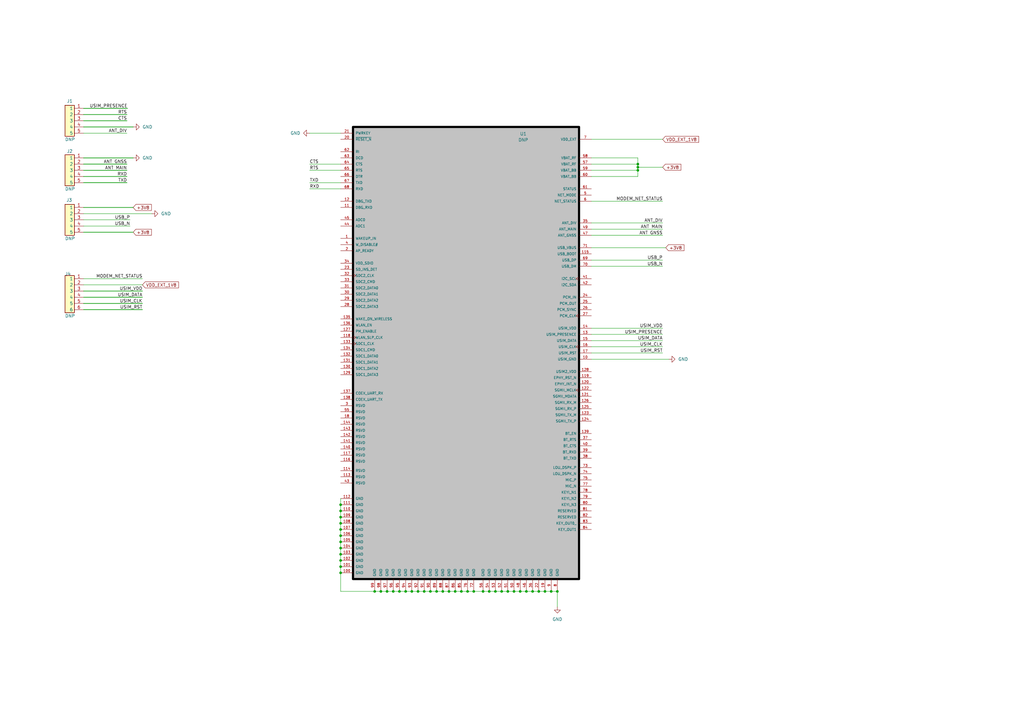
<source format=kicad_sch>
(kicad_sch (version 20250114) (generator "eeschema") (generator_version "9.0")
  (paper "A3")
  (lib_symbols
    (symbol "EC25:EC25" (pin_names (offset 1.016))
      (property "Reference" "U1" (at 0 77.216 0))
      (property "Value" "EC25" (at 0 74.676 0))
      (symbol "EC25_0_0"
        (pin input line (at -74.93 77.47 0) (length 5.08) (name "PWRKEY") (number "21"))
        (pin input line (at -74.93 74.93 0) (length 5.08) (name "~{RESET_N}") (number "20"))
        (pin output line (at -74.93 69.85 0) (length 5.08) (name "RI") (number "62"))
        (pin output line (at -74.93 67.31 0) (length 5.08) (name "DCD") (number "63"))
        (pin output line (at -74.93 64.77 0) (length 5.08) (name "CTS") (number "64"))
        (pin input line (at -74.93 62.23 0) (length 5.08) (name "RTS") (number "65"))
        (pin input line (at -74.93 59.69 0) (length 5.08) (name "DTR") (number "66"))
        (pin output line (at -74.93 57.15 0) (length 5.08) (name "TXD") (number "67"))
        (pin input line (at -74.93 54.61 0) (length 5.08) (name "RXD") (number "68"))
        (pin output line (at -74.93 49.53 0) (length 5.08) (name "DBG_TXD") (number "12"))
        (pin input line (at -74.93 46.99 0) (length 5.08) (name "DBG_RXD") (number "11"))
        (pin input line (at -74.93 41.91 0) (length 5.08) (name "ADC0") (number "45"))
        (pin input line (at -74.93 39.37 0) (length 5.08) (name "ADC1") (number "44"))
        (pin input line (at -74.93 34.29 0) (length 5.08) (name "WAKEUP_IN") (number "1"))
        (pin input line (at -74.93 31.75 0) (length 5.08) (name "W_DISABLE#") (number "4"))
        (pin input line (at -74.93 29.21 0) (length 5.08) (name "AP_READY") (number "2"))
        (pin power_in line (at -74.93 24.13 0) (length 5.08) (name "VDD_SDIO") (number "34"))
        (pin input line (at -74.93 21.59 0) (length 5.08) (name "SD_INS_DET") (number "23"))
        (pin output clock (at -74.93 19.05 0) (length 5.08) (name "SDC2_CLK") (number "32"))
        (pin bidirectional line (at -74.93 16.51 0) (length 5.08) (name "SDC2_CMD") (number "33"))
        (pin bidirectional line (at -74.93 13.97 0) (length 5.08) (name "SDC2_DATA0") (number "31"))
        (pin bidirectional line (at -74.93 11.43 0) (length 5.08) (name "SDC2_DATA1") (number "30"))
        (pin bidirectional line (at -74.93 8.89 0) (length 5.08) (name "SDC2_DATA2") (number "29"))
        (pin bidirectional line (at -74.93 6.35 0) (length 5.08) (name "SDC2_DATA3") (number "28"))
        (pin input line (at -74.93 1.27 0) (length 5.08) (name "WAKE_ON_WIRELESS") (number "135"))
        (pin output line (at -74.93 -1.27 0) (length 5.08) (name "WLAN_EN") (number "136"))
        (pin output line (at -74.93 -3.81 0) (length 5.08) (name "PM_ENABLE") (number "127"))
        (pin output clock (at -74.93 -6.35 0) (length 5.08) (name "WLAN_SLP_CLK") (number "118"))
        (pin output clock (at -74.93 -8.89 0) (length 5.08) (name "SDC1_CLK") (number "133"))
        (pin output line (at -74.93 -11.43 0) (length 5.08) (name "SDC1_CMD") (number "134"))
        (pin bidirectional line (at -74.93 -13.97 0) (length 5.08) (name "SDC1_DATA0") (number "132"))
        (pin bidirectional line (at -74.93 -16.51 0) (length 5.08) (name "SDC1_DATA1") (number "131"))
        (pin bidirectional line (at -74.93 -19.05 0) (length 5.08) (name "SDC1_DATA2") (number "130"))
        (pin bidirectional line (at -74.93 -21.59 0) (length 5.08) (name "SDC1_DATA3") (number "129"))
        (pin input line (at -74.93 -29.21 0) (length 5.08) (name "COEX_UART_RX") (number "137"))
        (pin output line (at -74.93 -31.75 0) (length 5.08) (name "COEX_UART_TX") (number "138"))
        (pin passive line (at -74.93 -34.29 0) (length 5.08) (name "RSVD") (number "3"))
        (pin passive line (at -74.93 -36.83 0) (length 5.08) (name "RSVD") (number "55"))
        (pin passive line (at -74.93 -39.37 0) (length 5.08) (name "RSVD") (number "18"))
        (pin passive line (at -74.93 -41.91 0) (length 5.08) (name "RSVD") (number "144"))
        (pin passive line (at -74.93 -44.45 0) (length 5.08) (name "RSVD") (number "143"))
        (pin passive line (at -74.93 -46.99 0) (length 5.08) (name "RSVD") (number "142"))
        (pin passive line (at -74.93 -49.53 0) (length 5.08) (name "RSVD") (number "141"))
        (pin passive line (at -74.93 -52.07 0) (length 5.08) (name "RSVD") (number "140"))
        (pin passive line (at -74.93 -54.61 0) (length 5.08) (name "RSVD") (number "117"))
        (pin passive line (at -74.93 -57.15 0) (length 5.08) (name "RSVD") (number "116"))
        (pin passive line (at -74.93 -60.96 0) (length 5.08) (name "RSVD") (number "114"))
        (pin passive line (at -74.93 -63.5 0) (length 5.08) (name "RSVD") (number "113"))
        (pin passive line (at -74.93 -66.04 0) (length 5.08) (name "RSVD") (number "43"))
        (pin power_in line (at -74.93 -72.39 0) (length 5.08) (name "GND") (number "112"))
        (pin power_in line (at -74.93 -74.93 0) (length 5.08) (name "GND") (number "111"))
        (pin power_in line (at -74.93 -77.47 0) (length 5.08) (name "GND") (number "110"))
        (pin power_in line (at -74.93 -80.01 0) (length 5.08) (name "GND") (number "109"))
        (pin power_in line (at -74.93 -82.55 0) (length 5.08) (name "GND") (number "108"))
        (pin power_in line (at -74.93 -85.09 0) (length 5.08) (name "GND") (number "107"))
        (pin power_in line (at -74.93 -87.63 0) (length 5.08) (name "GND") (number "106"))
        (pin power_in line (at -74.93 -90.17 0) (length 5.08) (name "GND") (number "105"))
        (pin power_in line (at -74.93 -92.71 0) (length 5.08) (name "GND") (number "104"))
        (pin power_in line (at -74.93 -95.25 0) (length 5.08) (name "GND") (number "103"))
        (pin power_in line (at -74.93 -97.79 0) (length 5.08) (name "GND") (number "102"))
        (pin power_in line (at -74.93 -100.33 0) (length 5.08) (name "GND") (number "101"))
        (pin power_in line (at -74.93 -102.87 0) (length 5.08) (name "GND") (number "100"))
        (pin power_in line (at -60.96 -110.49 90) (length 5.08) (name "GND") (number "99"))
        (pin power_in line (at -58.42 -110.49 90) (length 5.08) (name "GND") (number "98"))
        (pin power_in line (at -55.88 -110.49 90) (length 5.08) (name "GND") (number "97"))
        (pin power_in line (at -53.34 -110.49 90) (length 5.08) (name "GND") (number "96"))
        (pin power_in line (at -50.8 -110.49 90) (length 5.08) (name "GND") (number "95"))
        (pin power_in line (at -48.26 -110.49 90) (length 5.08) (name "GND") (number "94"))
        (pin power_in line (at -45.72 -110.49 90) (length 5.08) (name "GND") (number "93"))
        (pin power_in line (at -43.18 -110.49 90) (length 5.08) (name "GND") (number "92"))
        (pin power_in line (at -40.64 -110.49 90) (length 5.08) (name "GND") (number "91"))
        (pin power_in line (at -38.1 -110.49 90) (length 5.08) (name "GND") (number "90"))
        (pin power_in line (at -35.56 -110.49 90) (length 5.08) (name "GND") (number "89"))
        (pin power_in line (at -33.02 -110.49 90) (length 5.08) (name "GND") (number "88"))
        (pin power_in line (at -30.48 -110.49 90) (length 5.08) (name "GND") (number "87"))
        (pin power_in line (at -27.94 -110.49 90) (length 5.08) (name "GND") (number "86"))
        (pin power_in line (at -25.4 -110.49 90) (length 5.08) (name "GND") (number "85"))
        (pin power_in line (at -20.32 -110.49 90) (length 5.08) (name "GND") (number "72"))
        (pin power_in line (at -16.51 -110.49 90) (length 5.08) (name "GND") (number "56"))
        (pin power_in line (at -13.97 -110.49 90) (length 5.08) (name "GND") (number "54"))
        (pin power_in line (at -11.43 -110.49 90) (length 5.08) (name "GND") (number "53"))
        (pin power_in line (at -8.89 -110.49 90) (length 5.08) (name "GND") (number "52"))
        (pin power_in line (at -6.35 -110.49 90) (length 5.08) (name "GND") (number "51"))
        (pin power_in line (at -3.81 -110.49 90) (length 5.08) (name "GND") (number "50"))
        (pin power_in line (at -1.27 -110.49 90) (length 5.08) (name "GND") (number "48"))
        (pin power_in line (at 1.27 -110.49 90) (length 5.08) (name "GND") (number "46"))
        (pin power_in line (at 3.81 -110.49 90) (length 5.08) (name "GND") (number "36"))
        (pin power_in line (at 6.35 -110.49 90) (length 5.08) (name "GND") (number "22"))
        (pin power_in line (at 8.89 -110.49 90) (length 5.08) (name "GND") (number "19"))
        (pin power_in line (at 11.43 -110.49 90) (length 5.08) (name "GND") (number "9"))
        (pin power_in line (at 13.97 -110.49 90) (length 5.08) (name "GND") (number "8"))
        (pin power_in line (at 27.94 74.93 180) (length 5.08) (name "VDD_EXT") (number "7"))
        (pin power_in line (at 27.94 67.31 180) (length 5.08) (name "VBAT_RF") (number "58"))
        (pin power_in line (at 27.94 64.77 180) (length 5.08) (name "VBAT_RF") (number "57"))
        (pin power_in line (at 27.94 62.23 180) (length 5.08) (name "VBAT_BB") (number "59"))
        (pin power_in line (at 27.94 59.69 180) (length 5.08) (name "VBAT_BB") (number "60"))
        (pin output line (at 27.94 54.61 180) (length 5.08) (name "STATUS") (number "61"))
        (pin output line (at 27.94 52.07 180) (length 5.08) (name "NET_MODE") (number "5"))
        (pin output line (at 27.94 49.53 180) (length 5.08) (name "NET_STATUS") (number "6"))
        (pin input line (at 27.94 40.64 180) (length 5.08) (name "ANT_DIV") (number "35"))
        (pin bidirectional line (at 27.94 38.1 180) (length 5.08) (name "ANT_MAIN") (number "49"))
        (pin input line (at 27.94 35.56 180) (length 5.08) (name "ANT_GNSS") (number "47"))
        (pin input line (at 27.94 30.48 180) (length 5.08) (name "USB_VBUS") (number "71"))
        (pin input line (at 27.94 27.94 180) (length 5.08) (name "USB_BOOT") (number "115"))
        (pin bidirectional line (at 27.94 25.4 180) (length 5.08) (name "USB_DP") (number "69"))
        (pin bidirectional line (at 27.94 22.86 180) (length 5.08) (name "USB_DM") (number "70"))
        (pin output clock (at 27.94 17.78 180) (length 5.08) (name "I2C_SCL") (number "41"))
        (pin output line (at 27.94 15.24 180) (length 5.08) (name "I2C_SDA") (number "42"))
        (pin input line (at 27.94 10.16 180) (length 5.08) (name "PCM_IN") (number "24"))
        (pin output line (at 27.94 7.62 180) (length 5.08) (name "PCM_OUT") (number "25"))
        (pin bidirectional line (at 27.94 5.08 180) (length 5.08) (name "PCM_SYNC") (number "26"))
        (pin bidirectional clock (at 27.94 2.54 180) (length 5.08) (name "PCM_CLK") (number "27"))
        (pin power_in line (at 27.94 -2.54 180) (length 5.08) (name "USIM_VDD") (number "14"))
        (pin input line (at 27.94 -5.08 180) (length 5.08) (name "USIM_PRESENCE") (number "13"))
        (pin bidirectional line (at 27.94 -7.62 180) (length 5.08) (name "USIM_DATA") (number "15"))
        (pin output clock (at 27.94 -10.16 180) (length 5.08) (name "USIM_CLK") (number "16"))
        (pin output line (at 27.94 -12.7 180) (length 5.08) (name "USIM_RST") (number "17"))
        (pin power_in line (at 27.94 -15.24 180) (length 5.08) (name "USIM_GND") (number "10"))
        (pin power_in line (at 27.94 -20.32 180) (length 5.08) (name "USIM2_VDD") (number "128"))
        (pin output line (at 27.94 -22.86 180) (length 5.08) (name "EPHY_RST_N") (number "119"))
        (pin input line (at 27.94 -25.4 180) (length 5.08) (name "EPHY_INT_N") (number "120"))
        (pin output clock (at 27.94 -27.94 180) (length 5.08) (name "SGMII_MCLK") (number "122"))
        (pin bidirectional line (at 27.94 -30.48 180) (length 5.08) (name "SGMII_MDATA") (number "121"))
        (pin input line (at 27.94 -33.02 180) (length 5.08) (name "SGMII_RX_M") (number "126"))
        (pin input line (at 27.94 -35.56 180) (length 5.08) (name "SGMII_RX_P") (number "125"))
        (pin output line (at 27.94 -38.1 180) (length 5.08) (name "SGMII_TX_M") (number "123"))
        (pin output line (at 27.94 -40.64 180) (length 5.08) (name "SGMII_TX_P") (number "124"))
        (pin output line (at 27.94 -45.72 180) (length 5.08) (name "BT_EN") (number "139"))
        (pin input line (at 27.94 -48.26 180) (length 5.08) (name "BT_RTS") (number "37"))
        (pin output line (at 27.94 -50.8 180) (length 5.08) (name "BT_CTS") (number "40"))
        (pin input line (at 27.94 -53.34 180) (length 5.08) (name "BT_RXD") (number "39"))
        (pin output line (at 27.94 -55.88 180) (length 5.08) (name "BT_TXD") (number "38"))
      )
      (symbol "EC25_1_0"
        (rectangle (start -69.85 80.01) (end 22.86 -105.41) (stroke (width 0.889) (color 0 0 0 1)) (fill (type color) (color 194 194 194 1)))
      )
      (symbol "EC25_1_1"
        (pin input line (at -22.86 -110.49 90) (length 5.08) (name "GND") (number "76"))
        (pin input line (at 27.94 -59.69 180) (length 5.08) (name "LOU_DSPK_P") (number "73"))
        (pin input line (at 27.94 -62.23 180) (length 5.08) (name "LOU_DSPK_N") (number "74"))
        (pin input line (at 27.94 -64.77 180) (length 5.08) (name "MIC_P") (number "75"))
        (pin input line (at 27.94 -67.31 180) (length 5.08) (name "MIC_N") (number "77"))
        (pin input line (at 27.94 -69.85 180) (length 5.08) (name "KEYI_N1") (number "78"))
        (pin input line (at 27.94 -72.39 180) (length 5.08) (name "KEYI_N2") (number "79"))
        (pin input line (at 27.94 -74.93 180) (length 5.08) (name "KEYI_N3") (number "80"))
        (pin input line (at 27.94 -77.47 180) (length 5.08) (name "RESERVED") (number "81"))
        (pin input line (at 27.94 -80.01 180) (length 5.08) (name "RESERVED") (number "82"))
        (pin input line (at 27.94 -82.55 180) (length 5.08) (name "KEY_OUT0_") (number "83"))
        (pin input line (at 27.94 -85.09 180) (length 5.08) (name "KEY_OUT1") (number "84"))
      )
    )
    (symbol "Movita Pro V2_1-altium-import:root_0_CastellatedHoles_5Ways_2_54mm"
      (symbol "root_0_CastellatedHoles_5Ways_2_54mm_1_0"
        (rectangle (start 7.62 20.32) (end 3.81 7.62) (stroke (width 0.254) (color 128 0 0 1)) (fill (type background)))
        (pin passive line (at 11.43 19.05 180) (length 3.81) (name "1") (number "1"))
        (pin passive line (at 11.43 16.51 180) (length 3.81) (name "2") (number "2"))
        (pin passive line (at 11.43 13.97 180) (length 3.81) (name "3") (number "3"))
        (pin passive line (at 11.43 11.43 180) (length 3.81) (name "4") (number "4"))
        (pin passive line (at 11.43 8.89 180) (length 3.81) (name "5") (number "5"))
      )
    )
    (symbol "Movita Pro V2_1-altium-import:root_0_CastellatedHoles_6Ways_2_54mm"
      (symbol "root_0_CastellatedHoles_6Ways_2_54mm_1_0"
        (rectangle (start 7.62 20.32) (end 3.81 5.08) (stroke (width 0.254) (color 128 0 0 1)) (fill (type background)))
        (pin passive line (at 11.43 19.05 180) (length 3.81) (name "1") (number "1"))
        (pin passive line (at 11.43 16.51 180) (length 3.81) (name "2") (number "2"))
        (pin passive line (at 11.43 13.97 180) (length 3.81) (name "3") (number "3"))
        (pin passive line (at 11.43 11.43 180) (length 3.81) (name "4") (number "4"))
        (pin passive line (at 11.43 8.89 180) (length 3.81) (name "5") (number "5"))
        (pin passive line (at 11.43 6.35 180) (length 3.81) (name "6") (number "6"))
      )
    )
    (symbol "power:GND" (power) (pin_names (offset 0))
      (property "Value" "GND" (at 0 -3.81 0))
      (symbol "GND_0_1"
        (polyline (pts (xy 0 0) (xy 0 -1.27) (xy 1.27 -1.27) (xy 0 -2.54) (xy -1.27 -1.27) (xy 0 -1.27)))
      )
      (symbol "GND_1_1"
        (pin power_in line (at 0 0 270) (length 0) (hide yes) (name "GND") (number "1"))
      )
    )
  )
  (junction (at 191.77 242.57))
  (junction (at 163.83 242.57))
  (junction (at 226.06 242.57))
  (junction (at 261.62 67.31))
  (junction (at 168.91 242.57))
  (junction (at 179.07 242.57))
  (junction (at 203.2 242.57))
  (junction (at 228.6 242.57))
  (junction (at 210.82 242.57))
  (junction (at 261.62 68.58))
  (junction (at 181.61 242.57))
  (junction (at 139.7 219.71))
  (junction (at 186.69 242.57))
  (junction (at 194.31 242.57))
  (junction (at 139.7 217.17))
  (junction (at 208.28 242.57))
  (junction (at 139.7 207.01))
  (junction (at 261.62 69.85))
  (junction (at 153.67 242.57))
  (junction (at 166.37 242.57))
  (junction (at 139.7 222.25))
  (junction (at 139.7 227.33))
  (junction (at 139.7 212.09))
  (junction (at 200.66 242.57))
  (junction (at 218.44 242.57))
  (junction (at 171.45 242.57))
  (junction (at 184.15 242.57))
  (junction (at 161.29 242.57))
  (junction (at 205.74 242.57))
  (junction (at 223.52 242.57))
  (junction (at 156.21 242.57))
  (junction (at 176.53 242.57))
  (junction (at 198.12 242.57))
  (junction (at 139.7 234.95))
  (junction (at 139.7 209.55))
  (junction (at 139.7 214.63))
  (junction (at 158.75 242.57))
  (junction (at 215.9 242.57))
  (junction (at 189.23 242.57))
  (junction (at 139.7 232.41))
  (junction (at 139.7 224.79))
  (junction (at 139.7 229.87))
  (junction (at 213.36 242.57))
  (junction (at 220.98 242.57))
  (junction (at 173.99 242.57))
  (wire (pts (xy 139.7 224.79) (xy 139.7 227.33)))
  (wire (pts (xy 127 67.31) (xy 139.7 67.31)))
  (wire (pts (xy 261.62 69.85) (xy 261.62 72.39)))
  (wire (pts (xy 200.66 242.57) (xy 203.2 242.57)))
  (wire (pts (xy 213.36 242.57) (xy 215.9 242.57)))
  (wire (pts (xy 271.78 68.58) (xy 261.62 68.58)))
  (wire (pts (xy 34.29 95.25) (xy 54.61 95.25)) (stroke (width 0.254)))
  (wire (pts (xy 139.7 204.47) (xy 139.7 207.01)))
  (wire (pts (xy 226.06 242.57) (xy 228.6 242.57)))
  (wire (pts (xy 208.28 242.57) (xy 210.82 242.57)))
  (wire (pts (xy 271.78 144.78) (xy 242.57 144.78)))
  (wire (pts (xy 220.98 242.57) (xy 223.52 242.57)))
  (wire (pts (xy 158.75 242.57) (xy 161.29 242.57)))
  (wire (pts (xy 171.45 242.57) (xy 173.99 242.57)))
  (wire (pts (xy 223.52 242.57) (xy 226.06 242.57)))
  (wire (pts (xy 218.44 242.57) (xy 220.98 242.57)))
  (wire (pts (xy 139.7 217.17) (xy 139.7 219.71)))
  (wire (pts (xy 271.78 91.44) (xy 242.57 91.44)))
  (wire (pts (xy 261.62 67.31) (xy 242.57 67.31)))
  (wire (pts (xy 139.7 232.41) (xy 139.7 234.95)))
  (wire (pts (xy 127 77.47) (xy 139.7 77.47)))
  (wire (pts (xy 53.34 92.71) (xy 34.29 92.71)))
  (wire (pts (xy 242.57 69.85) (xy 261.62 69.85)))
  (wire (pts (xy 34.29 127) (xy 58.42 127)) (stroke (width 0.254)))
  (wire (pts (xy 173.99 242.57) (xy 176.53 242.57)))
  (wire (pts (xy 261.62 64.77) (xy 261.62 67.31)))
  (wire (pts (xy 139.7 207.01) (xy 139.7 209.55)))
  (wire (pts (xy 34.29 54.61) (xy 52.07 54.61)))
  (wire (pts (xy 34.29 116.84) (xy 58.42 116.84)))
  (wire (pts (xy 168.91 242.57) (xy 171.45 242.57)))
  (wire (pts (xy 242.57 147.32) (xy 274.32 147.32)))
  (wire (pts (xy 163.83 242.57) (xy 166.37 242.57)))
  (wire (pts (xy 271.78 134.62) (xy 242.57 134.62)))
  (wire (pts (xy 261.62 68.58) (xy 261.62 69.85)))
  (wire (pts (xy 242.57 57.15) (xy 271.78 57.15)))
  (wire (pts (xy 271.78 82.55) (xy 242.57 82.55)))
  (wire (pts (xy 139.7 227.33) (xy 139.7 229.87)))
  (wire (pts (xy 242.57 64.77) (xy 261.62 64.77)))
  (wire (pts (xy 203.2 242.57) (xy 205.74 242.57)))
  (wire (pts (xy 215.9 242.57) (xy 218.44 242.57)))
  (wire (pts (xy 205.74 242.57) (xy 208.28 242.57)))
  (wire (pts (xy 52.07 67.31) (xy 34.29 67.31)) (stroke (width 0.254)))
  (wire (pts (xy 127 74.93) (xy 139.7 74.93)))
  (wire (pts (xy 52.07 49.53) (xy 34.29 49.53)) (stroke (width 0.254)))
  (wire (pts (xy 58.42 121.92) (xy 34.29 121.92)) (stroke (width 0.254)))
  (wire (pts (xy 186.69 242.57) (xy 189.23 242.57)))
  (wire (pts (xy 34.29 46.99) (xy 52.07 46.99)) (stroke (width 0.254)))
  (wire (pts (xy 52.3 44.45) (xy 34.29 44.45)) (stroke (width 0.254)))
  (wire (pts (xy 161.29 242.57) (xy 163.83 242.57)))
  (wire (pts (xy 176.53 242.57) (xy 179.07 242.57)))
  (wire (pts (xy 184.15 242.57) (xy 186.69 242.57)))
  (wire (pts (xy 127 69.85) (xy 139.7 69.85)))
  (wire (pts (xy 191.77 242.57) (xy 194.31 242.57)))
  (wire (pts (xy 271.78 96.52) (xy 242.57 96.52)))
  (wire (pts (xy 34.29 85.09) (xy 54.61 85.09)) (stroke (width 0.254)))
  (wire (pts (xy 210.82 242.57) (xy 213.36 242.57)))
  (wire (pts (xy 53.34 90.17) (xy 34.29 90.17)))
  (wire (pts (xy 261.62 67.31) (xy 261.62 68.58)))
  (wire (pts (xy 271.78 93.98) (xy 242.57 93.98)))
  (wire (pts (xy 52.07 74.93) (xy 34.29 74.93)) (stroke (width 0.254)))
  (wire (pts (xy 139.7 214.63) (xy 139.7 217.17)))
  (wire (pts (xy 228.6 242.57) (xy 228.6 248.92)))
  (wire (pts (xy 52.07 72.39) (xy 34.29 72.39)) (stroke (width 0.254)))
  (wire (pts (xy 271.78 109.22) (xy 242.57 109.22)))
  (wire (pts (xy 271.78 139.7) (xy 242.57 139.7)))
  (wire (pts (xy 271.78 106.68) (xy 242.57 106.68)))
  (wire (pts (xy 198.12 242.57) (xy 200.66 242.57)))
  (wire (pts (xy 189.23 242.57) (xy 191.77 242.57)))
  (wire (pts (xy 242.57 101.6) (xy 273.05 101.6)))
  (wire (pts (xy 127 54.61) (xy 139.7 54.61)))
  (wire (pts (xy 156.21 242.57) (xy 158.75 242.57)))
  (wire (pts (xy 194.31 242.57) (xy 198.12 242.57)))
  (wire (pts (xy 139.7 234.95) (xy 139.7 242.57)))
  (wire (pts (xy 34.29 124.46) (xy 58.42 124.46)) (stroke (width 0.254)))
  (wire (pts (xy 181.61 242.57) (xy 184.15 242.57)))
  (wire (pts (xy 34.29 64.77) (xy 54.61 64.77)) (stroke (width 0.254)))
  (wire (pts (xy 139.7 212.09) (xy 139.7 214.63)))
  (wire (pts (xy 242.57 72.39) (xy 261.62 72.39)))
  (wire (pts (xy 34.29 119.38) (xy 58.42 119.38)) (stroke (width 0.254)))
  (wire (pts (xy 34.29 52.07) (xy 54.61 52.07)) (stroke (width 0.254)))
  (wire (pts (xy 58.42 114.3) (xy 34.29 114.3)))
  (wire (pts (xy 166.37 242.57) (xy 168.91 242.57)))
  (wire (pts (xy 242.57 137.16) (xy 271.78 137.16)))
  (wire (pts (xy 139.7 229.87) (xy 139.7 232.41)))
  (wire (pts (xy 52.07 69.85) (xy 34.29 69.85)) (stroke (width 0.254)))
  (wire (pts (xy 153.67 242.57) (xy 156.21 242.57)))
  (wire (pts (xy 271.78 142.24) (xy 242.57 142.24)))
  (wire (pts (xy 34.29 87.63) (xy 62.23 87.63)))
  (wire (pts (xy 139.7 209.55) (xy 139.7 212.09)))
  (wire (pts (xy 139.7 219.71) (xy 139.7 222.25)))
  (wire (pts (xy 139.7 242.57) (xy 153.67 242.57)))
  (wire (pts (xy 179.07 242.57) (xy 181.61 242.57)))
  (wire (pts (xy 139.7 222.25) (xy 139.7 224.79)))
  (label "USB_P" (at 271.78 106.68 180))
  (label "RXD" (at 127 77.47 0))
  (label "ANT_DIV" (at 52.07 54.61 180))
  (label "ANT GNSS" (at 271.78 96.52 180))
  (label "CTS" (at 52.07 49.53 180))
  (label "ANT_DIV" (at 271.78 91.44 180))
  (label "USIM_RST" (at 271.78 144.78 180))
  (label "USIM_CLK" (at 58.42 124.46 180))
  (label "USIM_DATA" (at 271.78 139.7 180))
  (label "CTS" (at 127 67.31 0))
  (label "RTS" (at 127 69.85 0))
  (label "USIM_VDD" (at 271.78 134.62 180))
  (label "USIM_PRESENCE" (at 271.78 137.16 180))
  (label "MODEM_NET_STATUS" (at 271.78 82.55 180))
  (label "RXD" (at 52.07 72.39 180))
  (label "ANT MAIN" (at 52.07 69.85 180))
  (label "USIM_DATA" (at 58.42 121.92 180))
  (label "USIM_VDD" (at 58.42 119.38 180))
  (label "USB_P" (at 53.34 90.17 180))
  (label "USIM_RST" (at 58.42 127 180))
  (label "ANT MAIN" (at 271.78 93.98 180))
  (label "USB_N" (at 53.34 92.71 180))
  (label "USB_N" (at 271.78 109.22 180))
  (label "USIM_PRESENCE" (at 52.3 44.45 180))
  (label "RTS" (at 52.07 46.99 180))
  (label "USIM_CLK" (at 271.78 142.24 180))
  (label "TXD" (at 52.07 74.93 180))
  (label "MODEM_NET_STATUS" (at 58.42 114.3 180))
  (label "TXD" (at 127 74.93 0))
  (label "ANT GNSS" (at 52.07 67.31 180))
  (global_label "VDD_EXT_1V8" (shape input) (at 271.78 57.15 0) (property "Intersheetrefs" "${INTERSHEET_REFS}" (effects (hide yes))))
  (global_label "+3V8" (shape input) (at 54.61 85.09 0) (property "Intersheetrefs" "${INTERSHEET_REFS}" (effects (hide yes))))
  (global_label "+3V8" (shape input) (at 271.78 68.58 0) (property "Intersheetrefs" "${INTERSHEET_REFS}" (effects (hide yes))))
  (global_label "VDD_EXT_1V8" (shape input) (at 58.42 116.84 0) (property "Intersheetrefs" "${INTERSHEET_REFS}" (effects (hide yes))))
  (global_label "+3V8" (shape input) (at 54.61 95.25 0) (property "Intersheetrefs" "${INTERSHEET_REFS}" (effects (hide yes))))
  (global_label "+3V8" (shape input) (at 273.05 101.6 0) (property "Intersheetrefs" "${INTERSHEET_REFS}" (effects (hide yes))))
  (symbol (lib_id "Movita Pro V2_1-altium-import:root_0_CastellatedHoles_6Ways_2_54mm") (at 22.86 133.35 0) (unit 1)
    (property "Reference" "J4" (at 26.67 113.03 0) (effects (justify left bottom)))
    (property "Value" "DNP" (at 26.67 130.302 0) (effects (justify left bottom)))
    (property "Footprint" "Footprint Library:castelled 6" (effects (hide yes)))
  )
  (symbol (lib_id "Movita Pro V2_1-altium-import:root_0_CastellatedHoles_5Ways_2_54mm") (at 22.86 83.82 0) (unit 1)
    (property "Reference" "J2" (at 27.432 62.738 0) (effects (justify left bottom)))
    (property "Value" "DNP" (at 26.67 78.232 0) (effects (justify left bottom)))
    (property "Footprint" "Footprint Library:Castelled 5" (effects (hide yes)))
  )
  (symbol (lib_id "power:GND") (at 54.61 64.77 90) (unit 1)
    (property "Reference" "#PWR03" (effects (hide yes)))
    (property "Value" "GND" (at 58.42 64.7699 90) (effects (justify right)))
    (property "Description" "Power symbol creates a global label with name \"GND\" , ground" (effects (hide yes)))
  )
  (symbol (lib_id "power:GND") (at 274.32 147.32 90) (unit 1)
    (property "Reference" "#PWR010" (effects (hide yes)))
    (property "Value" "GND" (at 278.13 147.3199 90) (effects (justify right)))
    (property "Description" "Power symbol creates a global label with name \"GND\" , ground" (effects (hide yes)))
  )
  (symbol (lib_id "EC25:EC25") (at 214.63 132.08 0) (unit 1)
    (property "Reference" "U1" (at 214.63 54.864 0))
    (property "Value" "DNP" (at 214.63 57.404 0))
    (property "Footprint" "Footprint Library:GSM" (effects (hide yes)))
  )
  (symbol (lib_id "Movita Pro V2_1-altium-import:root_0_CastellatedHoles_5Ways_2_54mm") (at 22.86 63.5 0) (unit 1)
    (property "Reference" "J1" (at 27.432 42.164 0) (effects (justify left bottom)))
    (property "Value" "DNP" (at 26.67 57.912 0) (effects (justify left bottom)))
    (property "Footprint" "Footprint Library:Castelled 5" (effects (hide yes)))
  )
  (symbol (lib_id "power:GND") (at 54.61 52.07 90) (unit 1)
    (property "Reference" "#PWR05" (effects (hide yes)))
    (property "Value" "GND" (at 58.42 52.0699 90) (effects (justify right)))
    (property "Description" "Power symbol creates a global label with name \"GND\" , ground" (effects (hide yes)))
  )
  (symbol (lib_id "power:GND") (at 62.23 87.63 90) (unit 1)
    (property "Reference" "#PWR01" (effects (hide yes)))
    (property "Value" "GND" (at 66.04 87.6299 90) (effects (justify right)))
    (property "Description" "Power symbol creates a global label with name \"GND\" , ground" (effects (hide yes)))
  )
  (symbol (lib_id "power:GND") (at 127 54.61 270) (unit 1)
    (property "Reference" "#PWR011" (effects (hide yes)))
    (property "Value" "GND" (at 123.19 54.6099 90) (effects (justify right)))
    (property "Description" "Power symbol creates a global label with name \"GND\" , ground" (effects (hide yes)))
  )
  (symbol (lib_id "Movita Pro V2_1-altium-import:root_0_CastellatedHoles_5Ways_2_54mm") (at 22.86 104.14 0) (unit 1)
    (property "Reference" "J3" (at 27.178 82.804 0) (effects (justify left bottom)))
    (property "Value" "DNP" (at 26.67 98.552 0) (effects (justify left bottom)))
    (property "Footprint" "Footprint Library:Castelled 5" (effects (hide yes)))
  )
  (symbol (lib_id "power:GND") (at 228.6 248.92 0) (unit 1)
    (property "Reference" "#PWR06" (effects (hide yes)))
    (property "Value" "GND" (at 228.6 254 0))
    (property "Description" "Power symbol creates a global label with name \"GND\" , ground" (effects (hide yes)))
  )
)
</source>
